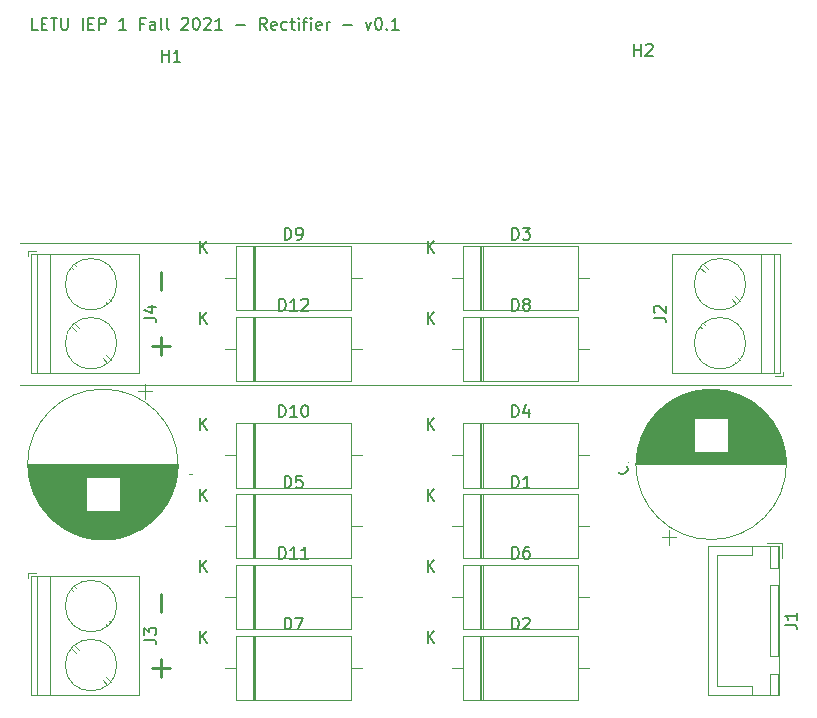
<source format=gto>
G04 #@! TF.GenerationSoftware,KiCad,Pcbnew,5.1.10*
G04 #@! TF.CreationDate,2021-05-19T15:46:58-05:00*
G04 #@! TF.ProjectId,Rectifier,52656374-6966-4696-9572-2e6b69636164,rev?*
G04 #@! TF.SameCoordinates,Original*
G04 #@! TF.FileFunction,Legend,Top*
G04 #@! TF.FilePolarity,Positive*
%FSLAX46Y46*%
G04 Gerber Fmt 4.6, Leading zero omitted, Abs format (unit mm)*
G04 Created by KiCad (PCBNEW 5.1.10) date 2021-05-19 15:46:58*
%MOMM*%
%LPD*%
G01*
G04 APERTURE LIST*
%ADD10C,0.250000*%
%ADD11C,0.150000*%
%ADD12C,0.120000*%
%ADD13C,2.400000*%
%ADD14R,2.400000X2.400000*%
%ADD15C,0.900000*%
%ADD16C,10.600000*%
%ADD17C,2.600000*%
%ADD18R,2.600000X2.600000*%
%ADD19O,1.950000X1.700000*%
%ADD20O,3.200000X3.200000*%
%ADD21R,3.200000X3.200000*%
G04 APERTURE END LIST*
D10*
X132142857Y-85273809D02*
X132142857Y-83750000D01*
X132904761Y-84511904D02*
X131380952Y-84511904D01*
X132142857Y-79750000D02*
X132142857Y-78226190D01*
X132142857Y-58023809D02*
X132142857Y-56500000D01*
X132904761Y-57261904D02*
X131380952Y-57261904D01*
X132142857Y-52500000D02*
X132142857Y-50976190D01*
D11*
X121726190Y-30452380D02*
X121250000Y-30452380D01*
X121250000Y-29452380D01*
X122059523Y-29928571D02*
X122392857Y-29928571D01*
X122535714Y-30452380D02*
X122059523Y-30452380D01*
X122059523Y-29452380D01*
X122535714Y-29452380D01*
X122821428Y-29452380D02*
X123392857Y-29452380D01*
X123107142Y-30452380D02*
X123107142Y-29452380D01*
X123726190Y-29452380D02*
X123726190Y-30261904D01*
X123773809Y-30357142D01*
X123821428Y-30404761D01*
X123916666Y-30452380D01*
X124107142Y-30452380D01*
X124202380Y-30404761D01*
X124250000Y-30357142D01*
X124297619Y-30261904D01*
X124297619Y-29452380D01*
X125535714Y-30452380D02*
X125535714Y-29452380D01*
X126011904Y-29928571D02*
X126345238Y-29928571D01*
X126488095Y-30452380D02*
X126011904Y-30452380D01*
X126011904Y-29452380D01*
X126488095Y-29452380D01*
X126916666Y-30452380D02*
X126916666Y-29452380D01*
X127297619Y-29452380D01*
X127392857Y-29500000D01*
X127440476Y-29547619D01*
X127488095Y-29642857D01*
X127488095Y-29785714D01*
X127440476Y-29880952D01*
X127392857Y-29928571D01*
X127297619Y-29976190D01*
X126916666Y-29976190D01*
X129202380Y-30452380D02*
X128630952Y-30452380D01*
X128916666Y-30452380D02*
X128916666Y-29452380D01*
X128821428Y-29595238D01*
X128726190Y-29690476D01*
X128630952Y-29738095D01*
X130726190Y-29928571D02*
X130392857Y-29928571D01*
X130392857Y-30452380D02*
X130392857Y-29452380D01*
X130869047Y-29452380D01*
X131678571Y-30452380D02*
X131678571Y-29928571D01*
X131630952Y-29833333D01*
X131535714Y-29785714D01*
X131345238Y-29785714D01*
X131250000Y-29833333D01*
X131678571Y-30404761D02*
X131583333Y-30452380D01*
X131345238Y-30452380D01*
X131250000Y-30404761D01*
X131202380Y-30309523D01*
X131202380Y-30214285D01*
X131250000Y-30119047D01*
X131345238Y-30071428D01*
X131583333Y-30071428D01*
X131678571Y-30023809D01*
X132297619Y-30452380D02*
X132202380Y-30404761D01*
X132154761Y-30309523D01*
X132154761Y-29452380D01*
X132821428Y-30452380D02*
X132726190Y-30404761D01*
X132678571Y-30309523D01*
X132678571Y-29452380D01*
X133916666Y-29547619D02*
X133964285Y-29500000D01*
X134059523Y-29452380D01*
X134297619Y-29452380D01*
X134392857Y-29500000D01*
X134440476Y-29547619D01*
X134488095Y-29642857D01*
X134488095Y-29738095D01*
X134440476Y-29880952D01*
X133869047Y-30452380D01*
X134488095Y-30452380D01*
X135107142Y-29452380D02*
X135202380Y-29452380D01*
X135297619Y-29500000D01*
X135345238Y-29547619D01*
X135392857Y-29642857D01*
X135440476Y-29833333D01*
X135440476Y-30071428D01*
X135392857Y-30261904D01*
X135345238Y-30357142D01*
X135297619Y-30404761D01*
X135202380Y-30452380D01*
X135107142Y-30452380D01*
X135011904Y-30404761D01*
X134964285Y-30357142D01*
X134916666Y-30261904D01*
X134869047Y-30071428D01*
X134869047Y-29833333D01*
X134916666Y-29642857D01*
X134964285Y-29547619D01*
X135011904Y-29500000D01*
X135107142Y-29452380D01*
X135821428Y-29547619D02*
X135869047Y-29500000D01*
X135964285Y-29452380D01*
X136202380Y-29452380D01*
X136297619Y-29500000D01*
X136345238Y-29547619D01*
X136392857Y-29642857D01*
X136392857Y-29738095D01*
X136345238Y-29880952D01*
X135773809Y-30452380D01*
X136392857Y-30452380D01*
X137345238Y-30452380D02*
X136773809Y-30452380D01*
X137059523Y-30452380D02*
X137059523Y-29452380D01*
X136964285Y-29595238D01*
X136869047Y-29690476D01*
X136773809Y-29738095D01*
X138535714Y-30071428D02*
X139297619Y-30071428D01*
X141107142Y-30452380D02*
X140773809Y-29976190D01*
X140535714Y-30452380D02*
X140535714Y-29452380D01*
X140916666Y-29452380D01*
X141011904Y-29500000D01*
X141059523Y-29547619D01*
X141107142Y-29642857D01*
X141107142Y-29785714D01*
X141059523Y-29880952D01*
X141011904Y-29928571D01*
X140916666Y-29976190D01*
X140535714Y-29976190D01*
X141916666Y-30404761D02*
X141821428Y-30452380D01*
X141630952Y-30452380D01*
X141535714Y-30404761D01*
X141488095Y-30309523D01*
X141488095Y-29928571D01*
X141535714Y-29833333D01*
X141630952Y-29785714D01*
X141821428Y-29785714D01*
X141916666Y-29833333D01*
X141964285Y-29928571D01*
X141964285Y-30023809D01*
X141488095Y-30119047D01*
X142821428Y-30404761D02*
X142726190Y-30452380D01*
X142535714Y-30452380D01*
X142440476Y-30404761D01*
X142392857Y-30357142D01*
X142345238Y-30261904D01*
X142345238Y-29976190D01*
X142392857Y-29880952D01*
X142440476Y-29833333D01*
X142535714Y-29785714D01*
X142726190Y-29785714D01*
X142821428Y-29833333D01*
X143107142Y-29785714D02*
X143488095Y-29785714D01*
X143250000Y-29452380D02*
X143250000Y-30309523D01*
X143297619Y-30404761D01*
X143392857Y-30452380D01*
X143488095Y-30452380D01*
X143821428Y-30452380D02*
X143821428Y-29785714D01*
X143821428Y-29452380D02*
X143773809Y-29500000D01*
X143821428Y-29547619D01*
X143869047Y-29500000D01*
X143821428Y-29452380D01*
X143821428Y-29547619D01*
X144154761Y-29785714D02*
X144535714Y-29785714D01*
X144297619Y-30452380D02*
X144297619Y-29595238D01*
X144345238Y-29500000D01*
X144440476Y-29452380D01*
X144535714Y-29452380D01*
X144869047Y-30452380D02*
X144869047Y-29785714D01*
X144869047Y-29452380D02*
X144821428Y-29500000D01*
X144869047Y-29547619D01*
X144916666Y-29500000D01*
X144869047Y-29452380D01*
X144869047Y-29547619D01*
X145726190Y-30404761D02*
X145630952Y-30452380D01*
X145440476Y-30452380D01*
X145345238Y-30404761D01*
X145297619Y-30309523D01*
X145297619Y-29928571D01*
X145345238Y-29833333D01*
X145440476Y-29785714D01*
X145630952Y-29785714D01*
X145726190Y-29833333D01*
X145773809Y-29928571D01*
X145773809Y-30023809D01*
X145297619Y-30119047D01*
X146202380Y-30452380D02*
X146202380Y-29785714D01*
X146202380Y-29976190D02*
X146250000Y-29880952D01*
X146297619Y-29833333D01*
X146392857Y-29785714D01*
X146488095Y-29785714D01*
X147583333Y-30071428D02*
X148345238Y-30071428D01*
X149488095Y-29785714D02*
X149726190Y-30452380D01*
X149964285Y-29785714D01*
X150535714Y-29452380D02*
X150630952Y-29452380D01*
X150726190Y-29500000D01*
X150773809Y-29547619D01*
X150821428Y-29642857D01*
X150869047Y-29833333D01*
X150869047Y-30071428D01*
X150821428Y-30261904D01*
X150773809Y-30357142D01*
X150726190Y-30404761D01*
X150630952Y-30452380D01*
X150535714Y-30452380D01*
X150440476Y-30404761D01*
X150392857Y-30357142D01*
X150345238Y-30261904D01*
X150297619Y-30071428D01*
X150297619Y-29833333D01*
X150345238Y-29642857D01*
X150392857Y-29547619D01*
X150440476Y-29500000D01*
X150535714Y-29452380D01*
X151297619Y-30357142D02*
X151345238Y-30404761D01*
X151297619Y-30452380D01*
X151250000Y-30404761D01*
X151297619Y-30357142D01*
X151297619Y-30452380D01*
X152297619Y-30452380D02*
X151726190Y-30452380D01*
X152011904Y-30452380D02*
X152011904Y-29452380D01*
X151916666Y-29595238D01*
X151821428Y-29690476D01*
X151726190Y-29738095D01*
D12*
X185500000Y-60500000D02*
X120250000Y-60500000D01*
X185500000Y-48500000D02*
X120250000Y-48500000D01*
X174550000Y-73442082D02*
X175800000Y-73442082D01*
X175175000Y-74067082D02*
X175175000Y-72817082D01*
X178433000Y-60889000D02*
X179067000Y-60889000D01*
X177993000Y-60929000D02*
X179507000Y-60929000D01*
X177722000Y-60969000D02*
X179778000Y-60969000D01*
X177509000Y-61009000D02*
X179991000Y-61009000D01*
X177328000Y-61049000D02*
X180172000Y-61049000D01*
X177167000Y-61089000D02*
X180333000Y-61089000D01*
X177022000Y-61129000D02*
X180478000Y-61129000D01*
X176889000Y-61169000D02*
X180611000Y-61169000D01*
X176766000Y-61209000D02*
X180734000Y-61209000D01*
X176650000Y-61249000D02*
X180850000Y-61249000D01*
X176541000Y-61289000D02*
X180959000Y-61289000D01*
X176438000Y-61329000D02*
X181062000Y-61329000D01*
X176340000Y-61369000D02*
X181160000Y-61369000D01*
X176246000Y-61409000D02*
X181254000Y-61409000D01*
X176156000Y-61449000D02*
X181344000Y-61449000D01*
X176069000Y-61489000D02*
X181431000Y-61489000D01*
X175986000Y-61529000D02*
X181514000Y-61529000D01*
X175906000Y-61569000D02*
X181594000Y-61569000D01*
X175829000Y-61609000D02*
X181671000Y-61609000D01*
X175754000Y-61649000D02*
X181746000Y-61649000D01*
X175681000Y-61689000D02*
X181819000Y-61689000D01*
X175610000Y-61729000D02*
X181890000Y-61729000D01*
X175542000Y-61769000D02*
X181958000Y-61769000D01*
X175475000Y-61809000D02*
X182025000Y-61809000D01*
X175411000Y-61849000D02*
X182089000Y-61849000D01*
X175348000Y-61889000D02*
X182152000Y-61889000D01*
X175286000Y-61929000D02*
X182214000Y-61929000D01*
X175226000Y-61969000D02*
X182274000Y-61969000D01*
X175167000Y-62009000D02*
X182333000Y-62009000D01*
X175110000Y-62049000D02*
X182390000Y-62049000D01*
X175054000Y-62089000D02*
X182446000Y-62089000D01*
X175000000Y-62129000D02*
X182500000Y-62129000D01*
X174946000Y-62169000D02*
X182554000Y-62169000D01*
X174894000Y-62209000D02*
X182606000Y-62209000D01*
X174843000Y-62249000D02*
X182657000Y-62249000D01*
X174793000Y-62289000D02*
X182707000Y-62289000D01*
X174743000Y-62329000D02*
X182757000Y-62329000D01*
X174695000Y-62369000D02*
X182805000Y-62369000D01*
X174648000Y-62409000D02*
X182852000Y-62409000D01*
X174602000Y-62449000D02*
X182898000Y-62449000D01*
X174556000Y-62489000D02*
X182944000Y-62489000D01*
X174512000Y-62529000D02*
X182988000Y-62529000D01*
X174468000Y-62569000D02*
X183032000Y-62569000D01*
X174425000Y-62609000D02*
X183075000Y-62609000D01*
X174383000Y-62649000D02*
X183117000Y-62649000D01*
X174342000Y-62689000D02*
X183158000Y-62689000D01*
X174301000Y-62729000D02*
X183199000Y-62729000D01*
X174261000Y-62769000D02*
X183239000Y-62769000D01*
X174222000Y-62809000D02*
X183278000Y-62809000D01*
X174183000Y-62849000D02*
X183317000Y-62849000D01*
X174145000Y-62889000D02*
X183355000Y-62889000D01*
X174108000Y-62929000D02*
X183392000Y-62929000D01*
X174072000Y-62969000D02*
X183428000Y-62969000D01*
X174036000Y-63009000D02*
X183464000Y-63009000D01*
X174000000Y-63049000D02*
X183500000Y-63049000D01*
X173965000Y-63089000D02*
X183535000Y-63089000D01*
X173931000Y-63129000D02*
X183569000Y-63129000D01*
X173898000Y-63169000D02*
X183602000Y-63169000D01*
X173865000Y-63209000D02*
X183635000Y-63209000D01*
X173832000Y-63249000D02*
X183668000Y-63249000D01*
X173800000Y-63289000D02*
X183700000Y-63289000D01*
X180190000Y-63329000D02*
X183732000Y-63329000D01*
X173768000Y-63329000D02*
X177310000Y-63329000D01*
X180190000Y-63369000D02*
X183762000Y-63369000D01*
X173738000Y-63369000D02*
X177310000Y-63369000D01*
X180190000Y-63409000D02*
X183793000Y-63409000D01*
X173707000Y-63409000D02*
X177310000Y-63409000D01*
X180190000Y-63449000D02*
X183823000Y-63449000D01*
X173677000Y-63449000D02*
X177310000Y-63449000D01*
X180190000Y-63489000D02*
X183852000Y-63489000D01*
X173648000Y-63489000D02*
X177310000Y-63489000D01*
X180190000Y-63529000D02*
X183881000Y-63529000D01*
X173619000Y-63529000D02*
X177310000Y-63529000D01*
X180190000Y-63569000D02*
X183910000Y-63569000D01*
X173590000Y-63569000D02*
X177310000Y-63569000D01*
X180190000Y-63609000D02*
X183938000Y-63609000D01*
X173562000Y-63609000D02*
X177310000Y-63609000D01*
X180190000Y-63649000D02*
X183966000Y-63649000D01*
X173534000Y-63649000D02*
X177310000Y-63649000D01*
X180190000Y-63689000D02*
X183993000Y-63689000D01*
X173507000Y-63689000D02*
X177310000Y-63689000D01*
X180190000Y-63729000D02*
X184020000Y-63729000D01*
X173480000Y-63729000D02*
X177310000Y-63729000D01*
X180190000Y-63769000D02*
X184046000Y-63769000D01*
X173454000Y-63769000D02*
X177310000Y-63769000D01*
X180190000Y-63809000D02*
X184072000Y-63809000D01*
X173428000Y-63809000D02*
X177310000Y-63809000D01*
X180190000Y-63849000D02*
X184097000Y-63849000D01*
X173403000Y-63849000D02*
X177310000Y-63849000D01*
X180190000Y-63889000D02*
X184122000Y-63889000D01*
X173378000Y-63889000D02*
X177310000Y-63889000D01*
X180190000Y-63929000D02*
X184147000Y-63929000D01*
X173353000Y-63929000D02*
X177310000Y-63929000D01*
X180190000Y-63969000D02*
X184171000Y-63969000D01*
X173329000Y-63969000D02*
X177310000Y-63969000D01*
X180190000Y-64009000D02*
X184195000Y-64009000D01*
X173305000Y-64009000D02*
X177310000Y-64009000D01*
X180190000Y-64049000D02*
X184218000Y-64049000D01*
X173282000Y-64049000D02*
X177310000Y-64049000D01*
X180190000Y-64089000D02*
X184241000Y-64089000D01*
X173259000Y-64089000D02*
X177310000Y-64089000D01*
X180190000Y-64129000D02*
X184264000Y-64129000D01*
X173236000Y-64129000D02*
X177310000Y-64129000D01*
X180190000Y-64169000D02*
X184286000Y-64169000D01*
X173214000Y-64169000D02*
X177310000Y-64169000D01*
X180190000Y-64209000D02*
X184308000Y-64209000D01*
X173192000Y-64209000D02*
X177310000Y-64209000D01*
X180190000Y-64249000D02*
X184330000Y-64249000D01*
X173170000Y-64249000D02*
X177310000Y-64249000D01*
X180190000Y-64289000D02*
X184351000Y-64289000D01*
X173149000Y-64289000D02*
X177310000Y-64289000D01*
X180190000Y-64329000D02*
X184372000Y-64329000D01*
X173128000Y-64329000D02*
X177310000Y-64329000D01*
X180190000Y-64369000D02*
X184392000Y-64369000D01*
X173108000Y-64369000D02*
X177310000Y-64369000D01*
X180190000Y-64409000D02*
X184412000Y-64409000D01*
X173088000Y-64409000D02*
X177310000Y-64409000D01*
X180190000Y-64449000D02*
X184432000Y-64449000D01*
X173068000Y-64449000D02*
X177310000Y-64449000D01*
X180190000Y-64489000D02*
X184452000Y-64489000D01*
X173048000Y-64489000D02*
X177310000Y-64489000D01*
X180190000Y-64529000D02*
X184471000Y-64529000D01*
X173029000Y-64529000D02*
X177310000Y-64529000D01*
X180190000Y-64569000D02*
X184489000Y-64569000D01*
X173011000Y-64569000D02*
X177310000Y-64569000D01*
X180190000Y-64609000D02*
X184508000Y-64609000D01*
X172992000Y-64609000D02*
X177310000Y-64609000D01*
X180190000Y-64649000D02*
X184526000Y-64649000D01*
X172974000Y-64649000D02*
X177310000Y-64649000D01*
X180190000Y-64689000D02*
X184543000Y-64689000D01*
X172957000Y-64689000D02*
X177310000Y-64689000D01*
X180190000Y-64729000D02*
X184561000Y-64729000D01*
X172939000Y-64729000D02*
X177310000Y-64729000D01*
X180190000Y-64769000D02*
X184578000Y-64769000D01*
X172922000Y-64769000D02*
X177310000Y-64769000D01*
X180190000Y-64809000D02*
X184595000Y-64809000D01*
X172905000Y-64809000D02*
X177310000Y-64809000D01*
X180190000Y-64849000D02*
X184611000Y-64849000D01*
X172889000Y-64849000D02*
X177310000Y-64849000D01*
X180190000Y-64889000D02*
X184627000Y-64889000D01*
X172873000Y-64889000D02*
X177310000Y-64889000D01*
X180190000Y-64929000D02*
X184643000Y-64929000D01*
X172857000Y-64929000D02*
X177310000Y-64929000D01*
X180190000Y-64969000D02*
X184658000Y-64969000D01*
X172842000Y-64969000D02*
X177310000Y-64969000D01*
X180190000Y-65009000D02*
X184674000Y-65009000D01*
X172826000Y-65009000D02*
X177310000Y-65009000D01*
X180190000Y-65049000D02*
X184689000Y-65049000D01*
X172811000Y-65049000D02*
X177310000Y-65049000D01*
X180190000Y-65089000D02*
X184703000Y-65089000D01*
X172797000Y-65089000D02*
X177310000Y-65089000D01*
X180190000Y-65129000D02*
X184717000Y-65129000D01*
X172783000Y-65129000D02*
X177310000Y-65129000D01*
X180190000Y-65169000D02*
X184731000Y-65169000D01*
X172769000Y-65169000D02*
X177310000Y-65169000D01*
X180190000Y-65209000D02*
X184745000Y-65209000D01*
X172755000Y-65209000D02*
X177310000Y-65209000D01*
X180190000Y-65249000D02*
X184758000Y-65249000D01*
X172742000Y-65249000D02*
X177310000Y-65249000D01*
X180190000Y-65289000D02*
X184771000Y-65289000D01*
X172729000Y-65289000D02*
X177310000Y-65289000D01*
X180190000Y-65329000D02*
X184784000Y-65329000D01*
X172716000Y-65329000D02*
X177310000Y-65329000D01*
X180190000Y-65369000D02*
X184797000Y-65369000D01*
X172703000Y-65369000D02*
X177310000Y-65369000D01*
X180190000Y-65409000D02*
X184809000Y-65409000D01*
X172691000Y-65409000D02*
X177310000Y-65409000D01*
X180190000Y-65449000D02*
X184821000Y-65449000D01*
X172679000Y-65449000D02*
X177310000Y-65449000D01*
X180190000Y-65489000D02*
X184833000Y-65489000D01*
X172667000Y-65489000D02*
X177310000Y-65489000D01*
X180190000Y-65529000D02*
X184844000Y-65529000D01*
X172656000Y-65529000D02*
X177310000Y-65529000D01*
X180190000Y-65569000D02*
X184855000Y-65569000D01*
X172645000Y-65569000D02*
X177310000Y-65569000D01*
X180190000Y-65609000D02*
X184866000Y-65609000D01*
X172634000Y-65609000D02*
X177310000Y-65609000D01*
X180190000Y-65649000D02*
X184876000Y-65649000D01*
X172624000Y-65649000D02*
X177310000Y-65649000D01*
X180190000Y-65689000D02*
X184887000Y-65689000D01*
X172613000Y-65689000D02*
X177310000Y-65689000D01*
X180190000Y-65729000D02*
X184896000Y-65729000D01*
X172604000Y-65729000D02*
X177310000Y-65729000D01*
X180190000Y-65769000D02*
X184906000Y-65769000D01*
X172594000Y-65769000D02*
X177310000Y-65769000D01*
X180190000Y-65809000D02*
X184916000Y-65809000D01*
X172584000Y-65809000D02*
X177310000Y-65809000D01*
X180190000Y-65849000D02*
X184925000Y-65849000D01*
X172575000Y-65849000D02*
X177310000Y-65849000D01*
X180190000Y-65889000D02*
X184934000Y-65889000D01*
X172566000Y-65889000D02*
X177310000Y-65889000D01*
X180190000Y-65929000D02*
X184942000Y-65929000D01*
X172558000Y-65929000D02*
X177310000Y-65929000D01*
X180190000Y-65969000D02*
X184951000Y-65969000D01*
X172549000Y-65969000D02*
X177310000Y-65969000D01*
X180190000Y-66009000D02*
X184959000Y-66009000D01*
X172541000Y-66009000D02*
X177310000Y-66009000D01*
X180190000Y-66049000D02*
X184966000Y-66049000D01*
X172534000Y-66049000D02*
X177310000Y-66049000D01*
X180190000Y-66089000D02*
X184974000Y-66089000D01*
X172526000Y-66089000D02*
X177310000Y-66089000D01*
X180190000Y-66129000D02*
X184981000Y-66129000D01*
X172519000Y-66129000D02*
X177310000Y-66129000D01*
X180190000Y-66169000D02*
X184988000Y-66169000D01*
X172512000Y-66169000D02*
X177310000Y-66169000D01*
X172505000Y-66209000D02*
X184995000Y-66209000D01*
X172498000Y-66249000D02*
X185002000Y-66249000D01*
X172492000Y-66289000D02*
X185008000Y-66289000D01*
X172486000Y-66329000D02*
X185014000Y-66329000D01*
X172481000Y-66369000D02*
X185019000Y-66369000D01*
X172475000Y-66409000D02*
X185025000Y-66409000D01*
X172470000Y-66449000D02*
X185030000Y-66449000D01*
X172465000Y-66489000D02*
X185035000Y-66489000D01*
X172460000Y-66529000D02*
X185040000Y-66529000D01*
X172456000Y-66570000D02*
X185044000Y-66570000D01*
X172452000Y-66610000D02*
X185048000Y-66610000D01*
X172448000Y-66650000D02*
X185052000Y-66650000D01*
X172444000Y-66690000D02*
X185056000Y-66690000D01*
X172441000Y-66730000D02*
X185059000Y-66730000D01*
X172438000Y-66770000D02*
X185062000Y-66770000D01*
X172435000Y-66810000D02*
X185065000Y-66810000D01*
X172432000Y-66850000D02*
X185068000Y-66850000D01*
X172430000Y-66890000D02*
X185070000Y-66890000D01*
X172428000Y-66930000D02*
X185072000Y-66930000D01*
X172426000Y-66970000D02*
X185074000Y-66970000D01*
X172424000Y-67010000D02*
X185076000Y-67010000D01*
X172423000Y-67050000D02*
X185077000Y-67050000D01*
X172422000Y-67090000D02*
X185078000Y-67090000D01*
X172421000Y-67130000D02*
X185079000Y-67130000D01*
X172420000Y-67170000D02*
X185080000Y-67170000D01*
X172420000Y-67210000D02*
X185080000Y-67210000D01*
X172420000Y-67250000D02*
X185080000Y-67250000D01*
X185120000Y-67250000D02*
G75*
G03*
X185120000Y-67250000I-6370000J0D01*
G01*
X131450000Y-61057918D02*
X130200000Y-61057918D01*
X130825000Y-60432918D02*
X130825000Y-61682918D01*
X127567000Y-73611000D02*
X126933000Y-73611000D01*
X128007000Y-73571000D02*
X126493000Y-73571000D01*
X128278000Y-73531000D02*
X126222000Y-73531000D01*
X128491000Y-73491000D02*
X126009000Y-73491000D01*
X128672000Y-73451000D02*
X125828000Y-73451000D01*
X128833000Y-73411000D02*
X125667000Y-73411000D01*
X128978000Y-73371000D02*
X125522000Y-73371000D01*
X129111000Y-73331000D02*
X125389000Y-73331000D01*
X129234000Y-73291000D02*
X125266000Y-73291000D01*
X129350000Y-73251000D02*
X125150000Y-73251000D01*
X129459000Y-73211000D02*
X125041000Y-73211000D01*
X129562000Y-73171000D02*
X124938000Y-73171000D01*
X129660000Y-73131000D02*
X124840000Y-73131000D01*
X129754000Y-73091000D02*
X124746000Y-73091000D01*
X129844000Y-73051000D02*
X124656000Y-73051000D01*
X129931000Y-73011000D02*
X124569000Y-73011000D01*
X130014000Y-72971000D02*
X124486000Y-72971000D01*
X130094000Y-72931000D02*
X124406000Y-72931000D01*
X130171000Y-72891000D02*
X124329000Y-72891000D01*
X130246000Y-72851000D02*
X124254000Y-72851000D01*
X130319000Y-72811000D02*
X124181000Y-72811000D01*
X130390000Y-72771000D02*
X124110000Y-72771000D01*
X130458000Y-72731000D02*
X124042000Y-72731000D01*
X130525000Y-72691000D02*
X123975000Y-72691000D01*
X130589000Y-72651000D02*
X123911000Y-72651000D01*
X130652000Y-72611000D02*
X123848000Y-72611000D01*
X130714000Y-72571000D02*
X123786000Y-72571000D01*
X130774000Y-72531000D02*
X123726000Y-72531000D01*
X130833000Y-72491000D02*
X123667000Y-72491000D01*
X130890000Y-72451000D02*
X123610000Y-72451000D01*
X130946000Y-72411000D02*
X123554000Y-72411000D01*
X131000000Y-72371000D02*
X123500000Y-72371000D01*
X131054000Y-72331000D02*
X123446000Y-72331000D01*
X131106000Y-72291000D02*
X123394000Y-72291000D01*
X131157000Y-72251000D02*
X123343000Y-72251000D01*
X131207000Y-72211000D02*
X123293000Y-72211000D01*
X131257000Y-72171000D02*
X123243000Y-72171000D01*
X131305000Y-72131000D02*
X123195000Y-72131000D01*
X131352000Y-72091000D02*
X123148000Y-72091000D01*
X131398000Y-72051000D02*
X123102000Y-72051000D01*
X131444000Y-72011000D02*
X123056000Y-72011000D01*
X131488000Y-71971000D02*
X123012000Y-71971000D01*
X131532000Y-71931000D02*
X122968000Y-71931000D01*
X131575000Y-71891000D02*
X122925000Y-71891000D01*
X131617000Y-71851000D02*
X122883000Y-71851000D01*
X131658000Y-71811000D02*
X122842000Y-71811000D01*
X131699000Y-71771000D02*
X122801000Y-71771000D01*
X131739000Y-71731000D02*
X122761000Y-71731000D01*
X131778000Y-71691000D02*
X122722000Y-71691000D01*
X131817000Y-71651000D02*
X122683000Y-71651000D01*
X131855000Y-71611000D02*
X122645000Y-71611000D01*
X131892000Y-71571000D02*
X122608000Y-71571000D01*
X131928000Y-71531000D02*
X122572000Y-71531000D01*
X131964000Y-71491000D02*
X122536000Y-71491000D01*
X132000000Y-71451000D02*
X122500000Y-71451000D01*
X132035000Y-71411000D02*
X122465000Y-71411000D01*
X132069000Y-71371000D02*
X122431000Y-71371000D01*
X132102000Y-71331000D02*
X122398000Y-71331000D01*
X132135000Y-71291000D02*
X122365000Y-71291000D01*
X132168000Y-71251000D02*
X122332000Y-71251000D01*
X132200000Y-71211000D02*
X122300000Y-71211000D01*
X125810000Y-71171000D02*
X122268000Y-71171000D01*
X132232000Y-71171000D02*
X128690000Y-71171000D01*
X125810000Y-71131000D02*
X122238000Y-71131000D01*
X132262000Y-71131000D02*
X128690000Y-71131000D01*
X125810000Y-71091000D02*
X122207000Y-71091000D01*
X132293000Y-71091000D02*
X128690000Y-71091000D01*
X125810000Y-71051000D02*
X122177000Y-71051000D01*
X132323000Y-71051000D02*
X128690000Y-71051000D01*
X125810000Y-71011000D02*
X122148000Y-71011000D01*
X132352000Y-71011000D02*
X128690000Y-71011000D01*
X125810000Y-70971000D02*
X122119000Y-70971000D01*
X132381000Y-70971000D02*
X128690000Y-70971000D01*
X125810000Y-70931000D02*
X122090000Y-70931000D01*
X132410000Y-70931000D02*
X128690000Y-70931000D01*
X125810000Y-70891000D02*
X122062000Y-70891000D01*
X132438000Y-70891000D02*
X128690000Y-70891000D01*
X125810000Y-70851000D02*
X122034000Y-70851000D01*
X132466000Y-70851000D02*
X128690000Y-70851000D01*
X125810000Y-70811000D02*
X122007000Y-70811000D01*
X132493000Y-70811000D02*
X128690000Y-70811000D01*
X125810000Y-70771000D02*
X121980000Y-70771000D01*
X132520000Y-70771000D02*
X128690000Y-70771000D01*
X125810000Y-70731000D02*
X121954000Y-70731000D01*
X132546000Y-70731000D02*
X128690000Y-70731000D01*
X125810000Y-70691000D02*
X121928000Y-70691000D01*
X132572000Y-70691000D02*
X128690000Y-70691000D01*
X125810000Y-70651000D02*
X121903000Y-70651000D01*
X132597000Y-70651000D02*
X128690000Y-70651000D01*
X125810000Y-70611000D02*
X121878000Y-70611000D01*
X132622000Y-70611000D02*
X128690000Y-70611000D01*
X125810000Y-70571000D02*
X121853000Y-70571000D01*
X132647000Y-70571000D02*
X128690000Y-70571000D01*
X125810000Y-70531000D02*
X121829000Y-70531000D01*
X132671000Y-70531000D02*
X128690000Y-70531000D01*
X125810000Y-70491000D02*
X121805000Y-70491000D01*
X132695000Y-70491000D02*
X128690000Y-70491000D01*
X125810000Y-70451000D02*
X121782000Y-70451000D01*
X132718000Y-70451000D02*
X128690000Y-70451000D01*
X125810000Y-70411000D02*
X121759000Y-70411000D01*
X132741000Y-70411000D02*
X128690000Y-70411000D01*
X125810000Y-70371000D02*
X121736000Y-70371000D01*
X132764000Y-70371000D02*
X128690000Y-70371000D01*
X125810000Y-70331000D02*
X121714000Y-70331000D01*
X132786000Y-70331000D02*
X128690000Y-70331000D01*
X125810000Y-70291000D02*
X121692000Y-70291000D01*
X132808000Y-70291000D02*
X128690000Y-70291000D01*
X125810000Y-70251000D02*
X121670000Y-70251000D01*
X132830000Y-70251000D02*
X128690000Y-70251000D01*
X125810000Y-70211000D02*
X121649000Y-70211000D01*
X132851000Y-70211000D02*
X128690000Y-70211000D01*
X125810000Y-70171000D02*
X121628000Y-70171000D01*
X132872000Y-70171000D02*
X128690000Y-70171000D01*
X125810000Y-70131000D02*
X121608000Y-70131000D01*
X132892000Y-70131000D02*
X128690000Y-70131000D01*
X125810000Y-70091000D02*
X121588000Y-70091000D01*
X132912000Y-70091000D02*
X128690000Y-70091000D01*
X125810000Y-70051000D02*
X121568000Y-70051000D01*
X132932000Y-70051000D02*
X128690000Y-70051000D01*
X125810000Y-70011000D02*
X121548000Y-70011000D01*
X132952000Y-70011000D02*
X128690000Y-70011000D01*
X125810000Y-69971000D02*
X121529000Y-69971000D01*
X132971000Y-69971000D02*
X128690000Y-69971000D01*
X125810000Y-69931000D02*
X121511000Y-69931000D01*
X132989000Y-69931000D02*
X128690000Y-69931000D01*
X125810000Y-69891000D02*
X121492000Y-69891000D01*
X133008000Y-69891000D02*
X128690000Y-69891000D01*
X125810000Y-69851000D02*
X121474000Y-69851000D01*
X133026000Y-69851000D02*
X128690000Y-69851000D01*
X125810000Y-69811000D02*
X121457000Y-69811000D01*
X133043000Y-69811000D02*
X128690000Y-69811000D01*
X125810000Y-69771000D02*
X121439000Y-69771000D01*
X133061000Y-69771000D02*
X128690000Y-69771000D01*
X125810000Y-69731000D02*
X121422000Y-69731000D01*
X133078000Y-69731000D02*
X128690000Y-69731000D01*
X125810000Y-69691000D02*
X121405000Y-69691000D01*
X133095000Y-69691000D02*
X128690000Y-69691000D01*
X125810000Y-69651000D02*
X121389000Y-69651000D01*
X133111000Y-69651000D02*
X128690000Y-69651000D01*
X125810000Y-69611000D02*
X121373000Y-69611000D01*
X133127000Y-69611000D02*
X128690000Y-69611000D01*
X125810000Y-69571000D02*
X121357000Y-69571000D01*
X133143000Y-69571000D02*
X128690000Y-69571000D01*
X125810000Y-69531000D02*
X121342000Y-69531000D01*
X133158000Y-69531000D02*
X128690000Y-69531000D01*
X125810000Y-69491000D02*
X121326000Y-69491000D01*
X133174000Y-69491000D02*
X128690000Y-69491000D01*
X125810000Y-69451000D02*
X121311000Y-69451000D01*
X133189000Y-69451000D02*
X128690000Y-69451000D01*
X125810000Y-69411000D02*
X121297000Y-69411000D01*
X133203000Y-69411000D02*
X128690000Y-69411000D01*
X125810000Y-69371000D02*
X121283000Y-69371000D01*
X133217000Y-69371000D02*
X128690000Y-69371000D01*
X125810000Y-69331000D02*
X121269000Y-69331000D01*
X133231000Y-69331000D02*
X128690000Y-69331000D01*
X125810000Y-69291000D02*
X121255000Y-69291000D01*
X133245000Y-69291000D02*
X128690000Y-69291000D01*
X125810000Y-69251000D02*
X121242000Y-69251000D01*
X133258000Y-69251000D02*
X128690000Y-69251000D01*
X125810000Y-69211000D02*
X121229000Y-69211000D01*
X133271000Y-69211000D02*
X128690000Y-69211000D01*
X125810000Y-69171000D02*
X121216000Y-69171000D01*
X133284000Y-69171000D02*
X128690000Y-69171000D01*
X125810000Y-69131000D02*
X121203000Y-69131000D01*
X133297000Y-69131000D02*
X128690000Y-69131000D01*
X125810000Y-69091000D02*
X121191000Y-69091000D01*
X133309000Y-69091000D02*
X128690000Y-69091000D01*
X125810000Y-69051000D02*
X121179000Y-69051000D01*
X133321000Y-69051000D02*
X128690000Y-69051000D01*
X125810000Y-69011000D02*
X121167000Y-69011000D01*
X133333000Y-69011000D02*
X128690000Y-69011000D01*
X125810000Y-68971000D02*
X121156000Y-68971000D01*
X133344000Y-68971000D02*
X128690000Y-68971000D01*
X125810000Y-68931000D02*
X121145000Y-68931000D01*
X133355000Y-68931000D02*
X128690000Y-68931000D01*
X125810000Y-68891000D02*
X121134000Y-68891000D01*
X133366000Y-68891000D02*
X128690000Y-68891000D01*
X125810000Y-68851000D02*
X121124000Y-68851000D01*
X133376000Y-68851000D02*
X128690000Y-68851000D01*
X125810000Y-68811000D02*
X121113000Y-68811000D01*
X133387000Y-68811000D02*
X128690000Y-68811000D01*
X125810000Y-68771000D02*
X121104000Y-68771000D01*
X133396000Y-68771000D02*
X128690000Y-68771000D01*
X125810000Y-68731000D02*
X121094000Y-68731000D01*
X133406000Y-68731000D02*
X128690000Y-68731000D01*
X125810000Y-68691000D02*
X121084000Y-68691000D01*
X133416000Y-68691000D02*
X128690000Y-68691000D01*
X125810000Y-68651000D02*
X121075000Y-68651000D01*
X133425000Y-68651000D02*
X128690000Y-68651000D01*
X125810000Y-68611000D02*
X121066000Y-68611000D01*
X133434000Y-68611000D02*
X128690000Y-68611000D01*
X125810000Y-68571000D02*
X121058000Y-68571000D01*
X133442000Y-68571000D02*
X128690000Y-68571000D01*
X125810000Y-68531000D02*
X121049000Y-68531000D01*
X133451000Y-68531000D02*
X128690000Y-68531000D01*
X125810000Y-68491000D02*
X121041000Y-68491000D01*
X133459000Y-68491000D02*
X128690000Y-68491000D01*
X125810000Y-68451000D02*
X121034000Y-68451000D01*
X133466000Y-68451000D02*
X128690000Y-68451000D01*
X125810000Y-68411000D02*
X121026000Y-68411000D01*
X133474000Y-68411000D02*
X128690000Y-68411000D01*
X125810000Y-68371000D02*
X121019000Y-68371000D01*
X133481000Y-68371000D02*
X128690000Y-68371000D01*
X125810000Y-68331000D02*
X121012000Y-68331000D01*
X133488000Y-68331000D02*
X128690000Y-68331000D01*
X133495000Y-68291000D02*
X121005000Y-68291000D01*
X133502000Y-68251000D02*
X120998000Y-68251000D01*
X133508000Y-68211000D02*
X120992000Y-68211000D01*
X133514000Y-68171000D02*
X120986000Y-68171000D01*
X133519000Y-68131000D02*
X120981000Y-68131000D01*
X133525000Y-68091000D02*
X120975000Y-68091000D01*
X133530000Y-68051000D02*
X120970000Y-68051000D01*
X133535000Y-68011000D02*
X120965000Y-68011000D01*
X133540000Y-67971000D02*
X120960000Y-67971000D01*
X133544000Y-67930000D02*
X120956000Y-67930000D01*
X133548000Y-67890000D02*
X120952000Y-67890000D01*
X133552000Y-67850000D02*
X120948000Y-67850000D01*
X133556000Y-67810000D02*
X120944000Y-67810000D01*
X133559000Y-67770000D02*
X120941000Y-67770000D01*
X133562000Y-67730000D02*
X120938000Y-67730000D01*
X133565000Y-67690000D02*
X120935000Y-67690000D01*
X133568000Y-67650000D02*
X120932000Y-67650000D01*
X133570000Y-67610000D02*
X120930000Y-67610000D01*
X133572000Y-67570000D02*
X120928000Y-67570000D01*
X133574000Y-67530000D02*
X120926000Y-67530000D01*
X133576000Y-67490000D02*
X120924000Y-67490000D01*
X133577000Y-67450000D02*
X120923000Y-67450000D01*
X133578000Y-67410000D02*
X120922000Y-67410000D01*
X133579000Y-67370000D02*
X120921000Y-67370000D01*
X133580000Y-67330000D02*
X120920000Y-67330000D01*
X133580000Y-67290000D02*
X120920000Y-67290000D01*
X133580000Y-67250000D02*
X120920000Y-67250000D01*
X133620000Y-67250000D02*
G75*
G03*
X133620000Y-67250000I-6370000J0D01*
G01*
X120950000Y-49200000D02*
X120950000Y-49600000D01*
X121590000Y-49200000D02*
X120950000Y-49200000D01*
X125258000Y-55742000D02*
X124862000Y-55347000D01*
X127904000Y-58388000D02*
X127524000Y-58008000D01*
X124976000Y-55993000D02*
X124596000Y-55613000D01*
X127638000Y-58654000D02*
X127242000Y-58259000D01*
X124969000Y-50452000D02*
X124862000Y-50346000D01*
X127904000Y-53388000D02*
X127797000Y-53281000D01*
X124703000Y-50718000D02*
X124596000Y-50612000D01*
X127638000Y-53654000D02*
X127531000Y-53547000D01*
X130310000Y-59560000D02*
X121190000Y-59560000D01*
X130310000Y-49440000D02*
X121190000Y-49440000D01*
X121190000Y-49440000D02*
X121190000Y-59560000D01*
X130310000Y-49440000D02*
X130310000Y-59560000D01*
X122750000Y-49440000D02*
X122750000Y-59560000D01*
X121650000Y-49440000D02*
X121650000Y-59560000D01*
X128430000Y-57000000D02*
G75*
G03*
X128430000Y-57000000I-2180000J0D01*
G01*
X128430000Y-52000000D02*
G75*
G03*
X128430000Y-52000000I-2180000J0D01*
G01*
X120950000Y-76450000D02*
X120950000Y-76850000D01*
X121590000Y-76450000D02*
X120950000Y-76450000D01*
X125258000Y-82992000D02*
X124862000Y-82597000D01*
X127904000Y-85638000D02*
X127524000Y-85258000D01*
X124976000Y-83243000D02*
X124596000Y-82863000D01*
X127638000Y-85904000D02*
X127242000Y-85509000D01*
X124969000Y-77702000D02*
X124862000Y-77596000D01*
X127904000Y-80638000D02*
X127797000Y-80531000D01*
X124703000Y-77968000D02*
X124596000Y-77862000D01*
X127638000Y-80904000D02*
X127531000Y-80797000D01*
X130310000Y-86810000D02*
X121190000Y-86810000D01*
X130310000Y-76690000D02*
X121190000Y-76690000D01*
X121190000Y-76690000D02*
X121190000Y-86810000D01*
X130310000Y-76690000D02*
X130310000Y-86810000D01*
X122750000Y-76690000D02*
X122750000Y-86810000D01*
X121650000Y-76690000D02*
X121650000Y-86810000D01*
X128430000Y-84250000D02*
G75*
G03*
X128430000Y-84250000I-2180000J0D01*
G01*
X128430000Y-79250000D02*
G75*
G03*
X128430000Y-79250000I-2180000J0D01*
G01*
X184800000Y-59800000D02*
X184800000Y-59400000D01*
X184160000Y-59800000D02*
X184800000Y-59800000D01*
X180492000Y-53258000D02*
X180888000Y-53653000D01*
X177846000Y-50612000D02*
X178226000Y-50992000D01*
X180774000Y-53007000D02*
X181154000Y-53387000D01*
X178112000Y-50346000D02*
X178508000Y-50741000D01*
X180781000Y-58548000D02*
X180888000Y-58654000D01*
X177846000Y-55612000D02*
X177953000Y-55719000D01*
X181047000Y-58282000D02*
X181154000Y-58388000D01*
X178112000Y-55346000D02*
X178219000Y-55453000D01*
X175440000Y-49440000D02*
X184560000Y-49440000D01*
X175440000Y-59560000D02*
X184560000Y-59560000D01*
X184560000Y-59560000D02*
X184560000Y-49440000D01*
X175440000Y-59560000D02*
X175440000Y-49440000D01*
X183000000Y-59560000D02*
X183000000Y-49440000D01*
X184100000Y-59560000D02*
X184100000Y-49440000D01*
X181680000Y-52000000D02*
G75*
G03*
X181680000Y-52000000I-2180000J0D01*
G01*
X181680000Y-57000000D02*
G75*
G03*
X181680000Y-57000000I-2180000J0D01*
G01*
X184750000Y-73900000D02*
X183500000Y-73900000D01*
X184750000Y-75150000D02*
X184750000Y-73900000D01*
X179250000Y-86050000D02*
X179250000Y-80500000D01*
X182200000Y-86050000D02*
X179250000Y-86050000D01*
X182200000Y-86800000D02*
X182200000Y-86050000D01*
X179250000Y-74950000D02*
X179250000Y-80500000D01*
X182200000Y-74950000D02*
X179250000Y-74950000D01*
X182200000Y-74200000D02*
X182200000Y-74950000D01*
X184450000Y-86800000D02*
X184450000Y-85000000D01*
X183700000Y-86800000D02*
X184450000Y-86800000D01*
X183700000Y-85000000D02*
X183700000Y-86800000D01*
X184450000Y-85000000D02*
X183700000Y-85000000D01*
X184450000Y-76000000D02*
X184450000Y-74200000D01*
X183700000Y-76000000D02*
X184450000Y-76000000D01*
X183700000Y-74200000D02*
X183700000Y-76000000D01*
X184450000Y-74200000D02*
X183700000Y-74200000D01*
X184450000Y-83500000D02*
X184450000Y-77500000D01*
X183700000Y-83500000D02*
X184450000Y-83500000D01*
X183700000Y-77500000D02*
X183700000Y-83500000D01*
X184450000Y-77500000D02*
X183700000Y-77500000D01*
X184460000Y-86810000D02*
X184460000Y-74190000D01*
X178490000Y-86810000D02*
X184460000Y-86810000D01*
X178490000Y-74190000D02*
X178490000Y-86810000D01*
X184460000Y-74190000D02*
X178490000Y-74190000D01*
X139925000Y-54780000D02*
X139925000Y-60220000D01*
X140165000Y-54780000D02*
X140165000Y-60220000D01*
X140045000Y-54780000D02*
X140045000Y-60220000D01*
X149150000Y-57500000D02*
X148240000Y-57500000D01*
X137590000Y-57500000D02*
X138500000Y-57500000D01*
X148240000Y-54780000D02*
X138500000Y-54780000D01*
X148240000Y-60220000D02*
X148240000Y-54780000D01*
X138500000Y-60220000D02*
X148240000Y-60220000D01*
X138500000Y-54780000D02*
X138500000Y-60220000D01*
X139925000Y-75780000D02*
X139925000Y-81220000D01*
X140165000Y-75780000D02*
X140165000Y-81220000D01*
X140045000Y-75780000D02*
X140045000Y-81220000D01*
X149150000Y-78500000D02*
X148240000Y-78500000D01*
X137590000Y-78500000D02*
X138500000Y-78500000D01*
X148240000Y-75780000D02*
X138500000Y-75780000D01*
X148240000Y-81220000D02*
X148240000Y-75780000D01*
X138500000Y-81220000D02*
X148240000Y-81220000D01*
X138500000Y-75780000D02*
X138500000Y-81220000D01*
X139925000Y-63780000D02*
X139925000Y-69220000D01*
X140165000Y-63780000D02*
X140165000Y-69220000D01*
X140045000Y-63780000D02*
X140045000Y-69220000D01*
X149150000Y-66500000D02*
X148240000Y-66500000D01*
X137590000Y-66500000D02*
X138500000Y-66500000D01*
X148240000Y-63780000D02*
X138500000Y-63780000D01*
X148240000Y-69220000D02*
X148240000Y-63780000D01*
X138500000Y-69220000D02*
X148240000Y-69220000D01*
X138500000Y-63780000D02*
X138500000Y-69220000D01*
X139925000Y-48780000D02*
X139925000Y-54220000D01*
X140165000Y-48780000D02*
X140165000Y-54220000D01*
X140045000Y-48780000D02*
X140045000Y-54220000D01*
X149150000Y-51500000D02*
X148240000Y-51500000D01*
X137590000Y-51500000D02*
X138500000Y-51500000D01*
X148240000Y-48780000D02*
X138500000Y-48780000D01*
X148240000Y-54220000D02*
X148240000Y-48780000D01*
X138500000Y-54220000D02*
X148240000Y-54220000D01*
X138500000Y-48780000D02*
X138500000Y-54220000D01*
X159175000Y-54780000D02*
X159175000Y-60220000D01*
X159415000Y-54780000D02*
X159415000Y-60220000D01*
X159295000Y-54780000D02*
X159295000Y-60220000D01*
X168400000Y-57500000D02*
X167490000Y-57500000D01*
X156840000Y-57500000D02*
X157750000Y-57500000D01*
X167490000Y-54780000D02*
X157750000Y-54780000D01*
X167490000Y-60220000D02*
X167490000Y-54780000D01*
X157750000Y-60220000D02*
X167490000Y-60220000D01*
X157750000Y-54780000D02*
X157750000Y-60220000D01*
X139925000Y-81780000D02*
X139925000Y-87220000D01*
X140165000Y-81780000D02*
X140165000Y-87220000D01*
X140045000Y-81780000D02*
X140045000Y-87220000D01*
X149150000Y-84500000D02*
X148240000Y-84500000D01*
X137590000Y-84500000D02*
X138500000Y-84500000D01*
X148240000Y-81780000D02*
X138500000Y-81780000D01*
X148240000Y-87220000D02*
X148240000Y-81780000D01*
X138500000Y-87220000D02*
X148240000Y-87220000D01*
X138500000Y-81780000D02*
X138500000Y-87220000D01*
X159175000Y-75780000D02*
X159175000Y-81220000D01*
X159415000Y-75780000D02*
X159415000Y-81220000D01*
X159295000Y-75780000D02*
X159295000Y-81220000D01*
X168400000Y-78500000D02*
X167490000Y-78500000D01*
X156840000Y-78500000D02*
X157750000Y-78500000D01*
X167490000Y-75780000D02*
X157750000Y-75780000D01*
X167490000Y-81220000D02*
X167490000Y-75780000D01*
X157750000Y-81220000D02*
X167490000Y-81220000D01*
X157750000Y-75780000D02*
X157750000Y-81220000D01*
X139925000Y-69780000D02*
X139925000Y-75220000D01*
X140165000Y-69780000D02*
X140165000Y-75220000D01*
X140045000Y-69780000D02*
X140045000Y-75220000D01*
X149150000Y-72500000D02*
X148240000Y-72500000D01*
X137590000Y-72500000D02*
X138500000Y-72500000D01*
X148240000Y-69780000D02*
X138500000Y-69780000D01*
X148240000Y-75220000D02*
X148240000Y-69780000D01*
X138500000Y-75220000D02*
X148240000Y-75220000D01*
X138500000Y-69780000D02*
X138500000Y-75220000D01*
X159175000Y-63780000D02*
X159175000Y-69220000D01*
X159415000Y-63780000D02*
X159415000Y-69220000D01*
X159295000Y-63780000D02*
X159295000Y-69220000D01*
X168400000Y-66500000D02*
X167490000Y-66500000D01*
X156840000Y-66500000D02*
X157750000Y-66500000D01*
X167490000Y-63780000D02*
X157750000Y-63780000D01*
X167490000Y-69220000D02*
X167490000Y-63780000D01*
X157750000Y-69220000D02*
X167490000Y-69220000D01*
X157750000Y-63780000D02*
X157750000Y-69220000D01*
X159175000Y-48780000D02*
X159175000Y-54220000D01*
X159415000Y-48780000D02*
X159415000Y-54220000D01*
X159295000Y-48780000D02*
X159295000Y-54220000D01*
X168400000Y-51500000D02*
X167490000Y-51500000D01*
X156840000Y-51500000D02*
X157750000Y-51500000D01*
X167490000Y-48780000D02*
X157750000Y-48780000D01*
X167490000Y-54220000D02*
X167490000Y-48780000D01*
X157750000Y-54220000D02*
X167490000Y-54220000D01*
X157750000Y-48780000D02*
X157750000Y-54220000D01*
X159175000Y-81780000D02*
X159175000Y-87220000D01*
X159415000Y-81780000D02*
X159415000Y-87220000D01*
X159295000Y-81780000D02*
X159295000Y-87220000D01*
X168400000Y-84500000D02*
X167490000Y-84500000D01*
X156840000Y-84500000D02*
X157750000Y-84500000D01*
X167490000Y-81780000D02*
X157750000Y-81780000D01*
X167490000Y-87220000D02*
X167490000Y-81780000D01*
X157750000Y-87220000D02*
X167490000Y-87220000D01*
X157750000Y-81780000D02*
X157750000Y-87220000D01*
X159175000Y-69780000D02*
X159175000Y-75220000D01*
X159415000Y-69780000D02*
X159415000Y-75220000D01*
X159295000Y-69780000D02*
X159295000Y-75220000D01*
X168400000Y-72500000D02*
X167490000Y-72500000D01*
X156840000Y-72500000D02*
X157750000Y-72500000D01*
X167490000Y-69780000D02*
X157750000Y-69780000D01*
X167490000Y-75220000D02*
X167490000Y-69780000D01*
X157750000Y-75220000D02*
X167490000Y-75220000D01*
X157750000Y-69780000D02*
X157750000Y-75220000D01*
D11*
X171607142Y-67416666D02*
X171654761Y-67464285D01*
X171702380Y-67607142D01*
X171702380Y-67702380D01*
X171654761Y-67845238D01*
X171559523Y-67940476D01*
X171464285Y-67988095D01*
X171273809Y-68035714D01*
X171130952Y-68035714D01*
X170940476Y-67988095D01*
X170845238Y-67940476D01*
X170750000Y-67845238D01*
X170702380Y-67702380D01*
X170702380Y-67607142D01*
X170750000Y-67464285D01*
X170797619Y-67416666D01*
X170797619Y-67035714D02*
X170750000Y-66988095D01*
X170702380Y-66892857D01*
X170702380Y-66654761D01*
X170750000Y-66559523D01*
X170797619Y-66511904D01*
X170892857Y-66464285D01*
X170988095Y-66464285D01*
X171130952Y-66511904D01*
X171702380Y-67083333D01*
X171702380Y-66464285D01*
X135107142Y-67416666D02*
X135154761Y-67464285D01*
X135202380Y-67607142D01*
X135202380Y-67702380D01*
X135154761Y-67845238D01*
X135059523Y-67940476D01*
X134964285Y-67988095D01*
X134773809Y-68035714D01*
X134630952Y-68035714D01*
X134440476Y-67988095D01*
X134345238Y-67940476D01*
X134250000Y-67845238D01*
X134202380Y-67702380D01*
X134202380Y-67607142D01*
X134250000Y-67464285D01*
X134297619Y-67416666D01*
X135202380Y-66464285D02*
X135202380Y-67035714D01*
X135202380Y-66750000D02*
X134202380Y-66750000D01*
X134345238Y-66845238D01*
X134440476Y-66940476D01*
X134488095Y-67035714D01*
X172238095Y-32652380D02*
X172238095Y-31652380D01*
X172238095Y-32128571D02*
X172809523Y-32128571D01*
X172809523Y-32652380D02*
X172809523Y-31652380D01*
X173238095Y-31747619D02*
X173285714Y-31700000D01*
X173380952Y-31652380D01*
X173619047Y-31652380D01*
X173714285Y-31700000D01*
X173761904Y-31747619D01*
X173809523Y-31842857D01*
X173809523Y-31938095D01*
X173761904Y-32080952D01*
X173190476Y-32652380D01*
X173809523Y-32652380D01*
X132238095Y-33152380D02*
X132238095Y-32152380D01*
X132238095Y-32628571D02*
X132809523Y-32628571D01*
X132809523Y-33152380D02*
X132809523Y-32152380D01*
X133809523Y-33152380D02*
X133238095Y-33152380D01*
X133523809Y-33152380D02*
X133523809Y-32152380D01*
X133428571Y-32295238D01*
X133333333Y-32390476D01*
X133238095Y-32438095D01*
X130762380Y-54833333D02*
X131476666Y-54833333D01*
X131619523Y-54880952D01*
X131714761Y-54976190D01*
X131762380Y-55119047D01*
X131762380Y-55214285D01*
X131095714Y-53928571D02*
X131762380Y-53928571D01*
X130714761Y-54166666D02*
X131429047Y-54404761D01*
X131429047Y-53785714D01*
X130762380Y-82083333D02*
X131476666Y-82083333D01*
X131619523Y-82130952D01*
X131714761Y-82226190D01*
X131762380Y-82369047D01*
X131762380Y-82464285D01*
X130762380Y-81702380D02*
X130762380Y-81083333D01*
X131143333Y-81416666D01*
X131143333Y-81273809D01*
X131190952Y-81178571D01*
X131238571Y-81130952D01*
X131333809Y-81083333D01*
X131571904Y-81083333D01*
X131667142Y-81130952D01*
X131714761Y-81178571D01*
X131762380Y-81273809D01*
X131762380Y-81559523D01*
X131714761Y-81654761D01*
X131667142Y-81702380D01*
X173892380Y-54833333D02*
X174606666Y-54833333D01*
X174749523Y-54880952D01*
X174844761Y-54976190D01*
X174892380Y-55119047D01*
X174892380Y-55214285D01*
X173987619Y-54404761D02*
X173940000Y-54357142D01*
X173892380Y-54261904D01*
X173892380Y-54023809D01*
X173940000Y-53928571D01*
X173987619Y-53880952D01*
X174082857Y-53833333D01*
X174178095Y-53833333D01*
X174320952Y-53880952D01*
X174892380Y-54452380D01*
X174892380Y-53833333D01*
X185002380Y-80833333D02*
X185716666Y-80833333D01*
X185859523Y-80880952D01*
X185954761Y-80976190D01*
X186002380Y-81119047D01*
X186002380Y-81214285D01*
X186002380Y-79833333D02*
X186002380Y-80404761D01*
X186002380Y-80119047D02*
X185002380Y-80119047D01*
X185145238Y-80214285D01*
X185240476Y-80309523D01*
X185288095Y-80404761D01*
X142155714Y-54232380D02*
X142155714Y-53232380D01*
X142393809Y-53232380D01*
X142536666Y-53280000D01*
X142631904Y-53375238D01*
X142679523Y-53470476D01*
X142727142Y-53660952D01*
X142727142Y-53803809D01*
X142679523Y-53994285D01*
X142631904Y-54089523D01*
X142536666Y-54184761D01*
X142393809Y-54232380D01*
X142155714Y-54232380D01*
X143679523Y-54232380D02*
X143108095Y-54232380D01*
X143393809Y-54232380D02*
X143393809Y-53232380D01*
X143298571Y-53375238D01*
X143203333Y-53470476D01*
X143108095Y-53518095D01*
X144060476Y-53327619D02*
X144108095Y-53280000D01*
X144203333Y-53232380D01*
X144441428Y-53232380D01*
X144536666Y-53280000D01*
X144584285Y-53327619D01*
X144631904Y-53422857D01*
X144631904Y-53518095D01*
X144584285Y-53660952D01*
X144012857Y-54232380D01*
X144631904Y-54232380D01*
X135488095Y-55352380D02*
X135488095Y-54352380D01*
X136059523Y-55352380D02*
X135630952Y-54780952D01*
X136059523Y-54352380D02*
X135488095Y-54923809D01*
X142155714Y-75232380D02*
X142155714Y-74232380D01*
X142393809Y-74232380D01*
X142536666Y-74280000D01*
X142631904Y-74375238D01*
X142679523Y-74470476D01*
X142727142Y-74660952D01*
X142727142Y-74803809D01*
X142679523Y-74994285D01*
X142631904Y-75089523D01*
X142536666Y-75184761D01*
X142393809Y-75232380D01*
X142155714Y-75232380D01*
X143679523Y-75232380D02*
X143108095Y-75232380D01*
X143393809Y-75232380D02*
X143393809Y-74232380D01*
X143298571Y-74375238D01*
X143203333Y-74470476D01*
X143108095Y-74518095D01*
X144631904Y-75232380D02*
X144060476Y-75232380D01*
X144346190Y-75232380D02*
X144346190Y-74232380D01*
X144250952Y-74375238D01*
X144155714Y-74470476D01*
X144060476Y-74518095D01*
X135488095Y-76352380D02*
X135488095Y-75352380D01*
X136059523Y-76352380D02*
X135630952Y-75780952D01*
X136059523Y-75352380D02*
X135488095Y-75923809D01*
X142155714Y-63232380D02*
X142155714Y-62232380D01*
X142393809Y-62232380D01*
X142536666Y-62280000D01*
X142631904Y-62375238D01*
X142679523Y-62470476D01*
X142727142Y-62660952D01*
X142727142Y-62803809D01*
X142679523Y-62994285D01*
X142631904Y-63089523D01*
X142536666Y-63184761D01*
X142393809Y-63232380D01*
X142155714Y-63232380D01*
X143679523Y-63232380D02*
X143108095Y-63232380D01*
X143393809Y-63232380D02*
X143393809Y-62232380D01*
X143298571Y-62375238D01*
X143203333Y-62470476D01*
X143108095Y-62518095D01*
X144298571Y-62232380D02*
X144393809Y-62232380D01*
X144489047Y-62280000D01*
X144536666Y-62327619D01*
X144584285Y-62422857D01*
X144631904Y-62613333D01*
X144631904Y-62851428D01*
X144584285Y-63041904D01*
X144536666Y-63137142D01*
X144489047Y-63184761D01*
X144393809Y-63232380D01*
X144298571Y-63232380D01*
X144203333Y-63184761D01*
X144155714Y-63137142D01*
X144108095Y-63041904D01*
X144060476Y-62851428D01*
X144060476Y-62613333D01*
X144108095Y-62422857D01*
X144155714Y-62327619D01*
X144203333Y-62280000D01*
X144298571Y-62232380D01*
X135488095Y-64352380D02*
X135488095Y-63352380D01*
X136059523Y-64352380D02*
X135630952Y-63780952D01*
X136059523Y-63352380D02*
X135488095Y-63923809D01*
X142631904Y-48232380D02*
X142631904Y-47232380D01*
X142870000Y-47232380D01*
X143012857Y-47280000D01*
X143108095Y-47375238D01*
X143155714Y-47470476D01*
X143203333Y-47660952D01*
X143203333Y-47803809D01*
X143155714Y-47994285D01*
X143108095Y-48089523D01*
X143012857Y-48184761D01*
X142870000Y-48232380D01*
X142631904Y-48232380D01*
X143679523Y-48232380D02*
X143870000Y-48232380D01*
X143965238Y-48184761D01*
X144012857Y-48137142D01*
X144108095Y-47994285D01*
X144155714Y-47803809D01*
X144155714Y-47422857D01*
X144108095Y-47327619D01*
X144060476Y-47280000D01*
X143965238Y-47232380D01*
X143774761Y-47232380D01*
X143679523Y-47280000D01*
X143631904Y-47327619D01*
X143584285Y-47422857D01*
X143584285Y-47660952D01*
X143631904Y-47756190D01*
X143679523Y-47803809D01*
X143774761Y-47851428D01*
X143965238Y-47851428D01*
X144060476Y-47803809D01*
X144108095Y-47756190D01*
X144155714Y-47660952D01*
X135488095Y-49352380D02*
X135488095Y-48352380D01*
X136059523Y-49352380D02*
X135630952Y-48780952D01*
X136059523Y-48352380D02*
X135488095Y-48923809D01*
X161881904Y-54232380D02*
X161881904Y-53232380D01*
X162120000Y-53232380D01*
X162262857Y-53280000D01*
X162358095Y-53375238D01*
X162405714Y-53470476D01*
X162453333Y-53660952D01*
X162453333Y-53803809D01*
X162405714Y-53994285D01*
X162358095Y-54089523D01*
X162262857Y-54184761D01*
X162120000Y-54232380D01*
X161881904Y-54232380D01*
X163024761Y-53660952D02*
X162929523Y-53613333D01*
X162881904Y-53565714D01*
X162834285Y-53470476D01*
X162834285Y-53422857D01*
X162881904Y-53327619D01*
X162929523Y-53280000D01*
X163024761Y-53232380D01*
X163215238Y-53232380D01*
X163310476Y-53280000D01*
X163358095Y-53327619D01*
X163405714Y-53422857D01*
X163405714Y-53470476D01*
X163358095Y-53565714D01*
X163310476Y-53613333D01*
X163215238Y-53660952D01*
X163024761Y-53660952D01*
X162929523Y-53708571D01*
X162881904Y-53756190D01*
X162834285Y-53851428D01*
X162834285Y-54041904D01*
X162881904Y-54137142D01*
X162929523Y-54184761D01*
X163024761Y-54232380D01*
X163215238Y-54232380D01*
X163310476Y-54184761D01*
X163358095Y-54137142D01*
X163405714Y-54041904D01*
X163405714Y-53851428D01*
X163358095Y-53756190D01*
X163310476Y-53708571D01*
X163215238Y-53660952D01*
X154738095Y-55352380D02*
X154738095Y-54352380D01*
X155309523Y-55352380D02*
X154880952Y-54780952D01*
X155309523Y-54352380D02*
X154738095Y-54923809D01*
X142631904Y-81232380D02*
X142631904Y-80232380D01*
X142870000Y-80232380D01*
X143012857Y-80280000D01*
X143108095Y-80375238D01*
X143155714Y-80470476D01*
X143203333Y-80660952D01*
X143203333Y-80803809D01*
X143155714Y-80994285D01*
X143108095Y-81089523D01*
X143012857Y-81184761D01*
X142870000Y-81232380D01*
X142631904Y-81232380D01*
X143536666Y-80232380D02*
X144203333Y-80232380D01*
X143774761Y-81232380D01*
X135488095Y-82352380D02*
X135488095Y-81352380D01*
X136059523Y-82352380D02*
X135630952Y-81780952D01*
X136059523Y-81352380D02*
X135488095Y-81923809D01*
X161881904Y-75232380D02*
X161881904Y-74232380D01*
X162120000Y-74232380D01*
X162262857Y-74280000D01*
X162358095Y-74375238D01*
X162405714Y-74470476D01*
X162453333Y-74660952D01*
X162453333Y-74803809D01*
X162405714Y-74994285D01*
X162358095Y-75089523D01*
X162262857Y-75184761D01*
X162120000Y-75232380D01*
X161881904Y-75232380D01*
X163310476Y-74232380D02*
X163120000Y-74232380D01*
X163024761Y-74280000D01*
X162977142Y-74327619D01*
X162881904Y-74470476D01*
X162834285Y-74660952D01*
X162834285Y-75041904D01*
X162881904Y-75137142D01*
X162929523Y-75184761D01*
X163024761Y-75232380D01*
X163215238Y-75232380D01*
X163310476Y-75184761D01*
X163358095Y-75137142D01*
X163405714Y-75041904D01*
X163405714Y-74803809D01*
X163358095Y-74708571D01*
X163310476Y-74660952D01*
X163215238Y-74613333D01*
X163024761Y-74613333D01*
X162929523Y-74660952D01*
X162881904Y-74708571D01*
X162834285Y-74803809D01*
X154738095Y-76352380D02*
X154738095Y-75352380D01*
X155309523Y-76352380D02*
X154880952Y-75780952D01*
X155309523Y-75352380D02*
X154738095Y-75923809D01*
X142631904Y-69232380D02*
X142631904Y-68232380D01*
X142870000Y-68232380D01*
X143012857Y-68280000D01*
X143108095Y-68375238D01*
X143155714Y-68470476D01*
X143203333Y-68660952D01*
X143203333Y-68803809D01*
X143155714Y-68994285D01*
X143108095Y-69089523D01*
X143012857Y-69184761D01*
X142870000Y-69232380D01*
X142631904Y-69232380D01*
X144108095Y-68232380D02*
X143631904Y-68232380D01*
X143584285Y-68708571D01*
X143631904Y-68660952D01*
X143727142Y-68613333D01*
X143965238Y-68613333D01*
X144060476Y-68660952D01*
X144108095Y-68708571D01*
X144155714Y-68803809D01*
X144155714Y-69041904D01*
X144108095Y-69137142D01*
X144060476Y-69184761D01*
X143965238Y-69232380D01*
X143727142Y-69232380D01*
X143631904Y-69184761D01*
X143584285Y-69137142D01*
X135488095Y-70352380D02*
X135488095Y-69352380D01*
X136059523Y-70352380D02*
X135630952Y-69780952D01*
X136059523Y-69352380D02*
X135488095Y-69923809D01*
X161881904Y-63232380D02*
X161881904Y-62232380D01*
X162120000Y-62232380D01*
X162262857Y-62280000D01*
X162358095Y-62375238D01*
X162405714Y-62470476D01*
X162453333Y-62660952D01*
X162453333Y-62803809D01*
X162405714Y-62994285D01*
X162358095Y-63089523D01*
X162262857Y-63184761D01*
X162120000Y-63232380D01*
X161881904Y-63232380D01*
X163310476Y-62565714D02*
X163310476Y-63232380D01*
X163072380Y-62184761D02*
X162834285Y-62899047D01*
X163453333Y-62899047D01*
X154738095Y-64352380D02*
X154738095Y-63352380D01*
X155309523Y-64352380D02*
X154880952Y-63780952D01*
X155309523Y-63352380D02*
X154738095Y-63923809D01*
X161881904Y-48232380D02*
X161881904Y-47232380D01*
X162120000Y-47232380D01*
X162262857Y-47280000D01*
X162358095Y-47375238D01*
X162405714Y-47470476D01*
X162453333Y-47660952D01*
X162453333Y-47803809D01*
X162405714Y-47994285D01*
X162358095Y-48089523D01*
X162262857Y-48184761D01*
X162120000Y-48232380D01*
X161881904Y-48232380D01*
X162786666Y-47232380D02*
X163405714Y-47232380D01*
X163072380Y-47613333D01*
X163215238Y-47613333D01*
X163310476Y-47660952D01*
X163358095Y-47708571D01*
X163405714Y-47803809D01*
X163405714Y-48041904D01*
X163358095Y-48137142D01*
X163310476Y-48184761D01*
X163215238Y-48232380D01*
X162929523Y-48232380D01*
X162834285Y-48184761D01*
X162786666Y-48137142D01*
X154738095Y-49352380D02*
X154738095Y-48352380D01*
X155309523Y-49352380D02*
X154880952Y-48780952D01*
X155309523Y-48352380D02*
X154738095Y-48923809D01*
X161881904Y-81232380D02*
X161881904Y-80232380D01*
X162120000Y-80232380D01*
X162262857Y-80280000D01*
X162358095Y-80375238D01*
X162405714Y-80470476D01*
X162453333Y-80660952D01*
X162453333Y-80803809D01*
X162405714Y-80994285D01*
X162358095Y-81089523D01*
X162262857Y-81184761D01*
X162120000Y-81232380D01*
X161881904Y-81232380D01*
X162834285Y-80327619D02*
X162881904Y-80280000D01*
X162977142Y-80232380D01*
X163215238Y-80232380D01*
X163310476Y-80280000D01*
X163358095Y-80327619D01*
X163405714Y-80422857D01*
X163405714Y-80518095D01*
X163358095Y-80660952D01*
X162786666Y-81232380D01*
X163405714Y-81232380D01*
X154738095Y-82352380D02*
X154738095Y-81352380D01*
X155309523Y-82352380D02*
X154880952Y-81780952D01*
X155309523Y-81352380D02*
X154738095Y-81923809D01*
X161881904Y-69232380D02*
X161881904Y-68232380D01*
X162120000Y-68232380D01*
X162262857Y-68280000D01*
X162358095Y-68375238D01*
X162405714Y-68470476D01*
X162453333Y-68660952D01*
X162453333Y-68803809D01*
X162405714Y-68994285D01*
X162358095Y-69089523D01*
X162262857Y-69184761D01*
X162120000Y-69232380D01*
X161881904Y-69232380D01*
X163405714Y-69232380D02*
X162834285Y-69232380D01*
X163120000Y-69232380D02*
X163120000Y-68232380D01*
X163024761Y-68375238D01*
X162929523Y-68470476D01*
X162834285Y-68518095D01*
X154738095Y-70352380D02*
X154738095Y-69352380D01*
X155309523Y-70352380D02*
X154880952Y-69780952D01*
X155309523Y-69352380D02*
X154738095Y-69923809D01*
%LPC*%
D13*
X178750000Y-64750000D03*
D14*
X178750000Y-69750000D03*
D13*
X127250000Y-69750000D03*
D14*
X127250000Y-64750000D03*
D15*
X175810749Y-35689251D03*
X173000000Y-34525000D03*
X170189251Y-35689251D03*
X169025000Y-38500000D03*
X170189251Y-41310749D03*
X173000000Y-42475000D03*
X175810749Y-41310749D03*
X176975000Y-38500000D03*
D16*
X173000000Y-38500000D03*
D15*
X135810749Y-36189251D03*
X133000000Y-35025000D03*
X130189251Y-36189251D03*
X129025000Y-39000000D03*
X130189251Y-41810749D03*
X133000000Y-42975000D03*
X135810749Y-41810749D03*
X136975000Y-39000000D03*
D16*
X133000000Y-39000000D03*
D17*
X126250000Y-57000000D03*
D18*
X126250000Y-52000000D03*
D17*
X126250000Y-84250000D03*
D18*
X126250000Y-79250000D03*
D17*
X179500000Y-52000000D03*
D18*
X179500000Y-57000000D03*
D19*
X182000000Y-84250000D03*
X182000000Y-81750000D03*
X182000000Y-79250000D03*
G36*
G01*
X181275000Y-75900000D02*
X182725000Y-75900000D01*
G75*
G02*
X182975000Y-76150000I0J-250000D01*
G01*
X182975000Y-77350000D01*
G75*
G02*
X182725000Y-77600000I-250000J0D01*
G01*
X181275000Y-77600000D01*
G75*
G02*
X181025000Y-77350000I0J250000D01*
G01*
X181025000Y-76150000D01*
G75*
G02*
X181275000Y-75900000I250000J0D01*
G01*
G37*
D20*
X150990000Y-57500000D03*
D21*
X135750000Y-57500000D03*
D20*
X150990000Y-78500000D03*
D21*
X135750000Y-78500000D03*
D20*
X150990000Y-66500000D03*
D21*
X135750000Y-66500000D03*
D20*
X150990000Y-51500000D03*
D21*
X135750000Y-51500000D03*
D20*
X170240000Y-57500000D03*
D21*
X155000000Y-57500000D03*
D20*
X150990000Y-84500000D03*
D21*
X135750000Y-84500000D03*
D20*
X170240000Y-78500000D03*
D21*
X155000000Y-78500000D03*
D20*
X150990000Y-72500000D03*
D21*
X135750000Y-72500000D03*
D20*
X170240000Y-66500000D03*
D21*
X155000000Y-66500000D03*
D20*
X170240000Y-51500000D03*
D21*
X155000000Y-51500000D03*
D20*
X170240000Y-84500000D03*
D21*
X155000000Y-84500000D03*
D20*
X170240000Y-72500000D03*
D21*
X155000000Y-72500000D03*
M02*

</source>
